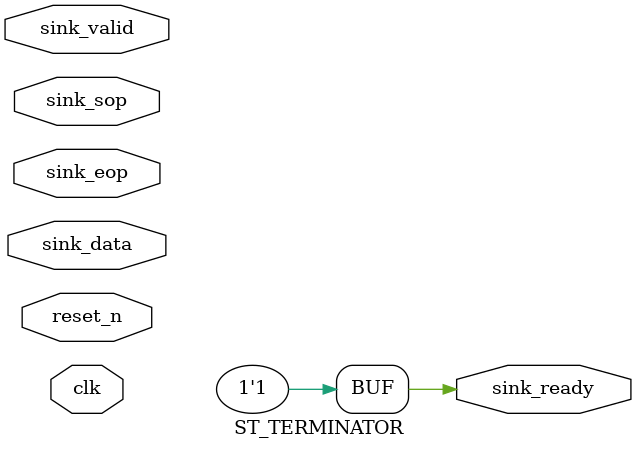
<source format=sv>
module ST_TERMINATOR(
	//global clock & reset
	input logic	clk,
	input logic reset_n,
	
	// stream sink
	input logic	[23:0] sink_data,
	input logic sink_valid,
	output logic sink_ready,
	input logic sink_sop,
	input logic sink_eop
	
);

always @(*) begin	
	sink_ready = 1;
end

endmodule


</source>
